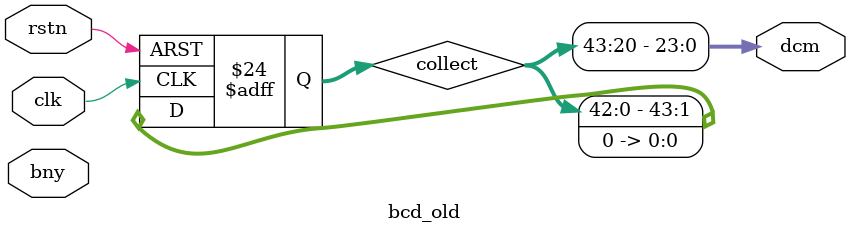
<source format=v>
module bcd
(
	input wire clk,rstn,
	input wire[19:0] bny,
	output reg[23:0] dcm
);
reg[43:0] collect;
reg[5:0] timer;
reg flag;
always@(posedge clk or negedge rstn) begin	// timer
	if(!rstn) timer<=1'b0;
	else if(timer==6'd41) timer<=1'b0;
	else timer<=timer+1'b1;
end
always@(posedge clk or negedge rstn) begin	//flag
	if(!rstn) flag<=1'b0;
	else if(timer%2==1'b1) flag<=1'b1;
	else flag<=1'b0;
end
always@(posedge clk or negedge rstn) begin	//collect
	if(!rstn) collect<=1'b0;
	else if(timer==6'b0) collect<={24'b0,bny};
	else if(timer<=6'd40&&flag) begin
		collect[43:40]<=(collect[43:40]>3'd4)?
			(collect[43:40]+2'd3):(collect[43:40]);
		collect[39:36]<=(collect[39:36]>3'd4)?
			(collect[39:36]+2'd3):(collect[39:36]);
		collect[35:32]<=(collect[35:32]>3'd4)?
			(collect[35:32]+2'd3):(collect[35:32]);
		collect[31:28]<=(collect[31:28]>3'd4)?
			(collect[31:28]+2'd3):(collect[31:28]);
		collect[27:24]<=(collect[27:24]>3'd4)?
			(collect[27:24]+2'd3):(collect[27:24]);
		collect[23:20]<=(collect[23:20]>3'd4)?
			(collect[23:20]+2'd3):(collect[23:20]);
	end
	else if(timer<=6'd40&&!flag) collect<=collect<<1'b1;
end
always@(posedge clk or negedge rstn) begin	//dcm
	if(!rstn) dcm<=24'b0;
	else if(timer==6'd40) dcm<=collect[43:20];
	else dcm<=dcm;
end
endmodule
module bcd_old
(
	input wire clk,rstn,
	input wire[19:0] bny,
	output wire[23:0] dcm
);
reg[43:0] collect;
//reg flag;
integer i;
//reg[3:0] b5,b4,b3,b2,b1,b0;
always@(posedge clk or negedge rstn) begin	//transfer
	if(!rstn) collect<=1'b0;
	else begin
		collect<={24'b0,bny};
		//integer i;
		repeat(5'd20) begin
		//integer i
			for(i=5'd23;i<=6'd43;i=i+3'd4)
				if(collect[i -: 4]>3'd4)	//could't use '[i:i-4]'. It's an
					collect[i -: 4]<=collect[i -: 4]+2'd3;	//illegal syntax.
				else						//Coz both 'i' & 'i-4' is veriable.
					collect[i -: 4]<=collect[i -: 4];
			collect<=collect<<1;
		end
		//collect[19:0]<=20'b1111_1111_1111_1111_1111;
	end
end
assign dcm=collect[43:20];
/*always@(posedge clk or negedge rstn) begin	//flag
	if(!rstn) flag<=1'b0;
	else if(collect[19:0]==20'b1111_1111_1111_1111_1111) flag<=1'b1;
	else flag<=1'b0;
end
always@(posedge clk or negedge rstn) begin	//dcm
	if(!rstn) dcm<=1'b0;
	else if(flag==1'b1) dcm<=collect[43:20];
	else dcm<=dcm;
end*/
/*always@(posedge clk or negedge rstn) begin	//dcm
	if(!rstn) dcm<=1'b0;
	elseif(collect[19:0]==20'b1111_1111_1111_1111_1111) dcm<=collect[43:20];
	//else dcm<=dcm;
end*/
endmodule
/*module bcd
(
    input wire clk, rstn,
    input wire [19:0] bny,
    output reg [23:0] dcm
);
    reg [43:0] collect;
    reg flag;
    integer it;

    always @(posedge clk or negedge rstn) begin    //transfer
        if (!rstn) begin
            dcm <= 24'b0;
            flag <= 1'b0;
        end else begin
            collect <= {24'b0, bny}; // 将bny放在collect的低位
            repeat(20) begin
                for (it = 23; it <= 43; it = it + 4) begin
                    if (collect[it-:4] > 4)
                        collect[it-:4] <= collect[it-:4] + 3;
                end
                collect <= collect << 1;
            end
            dcm <= collect[43:20];
            flag <= (collect[19:0] == 20'b1111_1111_1111_1111_1111) ? 1'b1 : 1'b0;
        end
    end
endmodule*/
/*module bcd
(
    input wire clk, rstn,
    input wire [19:0] bny,
    output reg [23:0] dcm
);
    reg [43:0] collect;
    reg flag;
    integer i;

    always @(posedge clk or negedge rstn) begin //transfer
        if (!rstn) begin
            dcm <= 24'b0;
            flag <= 1'b0;
            collect <= 44'b0;
        end else begin
            if (!flag) begin
                collect <= {24'b0, bny}; // 将bny放在collect的低位
                repeat(20) begin
                    for (i = 23; i <= 43; i = i + 4) begin
                        if (collect[i -: 4] > 4)
                            collect[i -: 4] <= collect[i -: 4] + 3;
                    end
                    collect <= collect << 1;
                end
                flag <= 1'b1;
            end else begin
                dcm <= collect[43:20];
            end
        end
    end

    always @(posedge clk or negedge rstn) begin //flag reset
        if (!rstn) 
            flag <= 1'b0;
    end
endmodule*/
/*module bcd
(
    input wire clk, rstn,
    input wire [19:0] bny,
    output reg [23:0] dcm
);
    reg [43:0] collect;
    reg flag;
    integer i;

    always @(posedge clk or negedge rstn) begin //transfer
        if (!rstn) begin
            dcm <= 24'b0;
            flag <= 1'b0;
            collect <= 44'b0;
        end else begin
            if (!flag) begin
                collect <= {24'b0, bny}; // 将bny放在collect的低位
                repeat(20) begin
                    for (i = 23; i <= 43; i = i + 4) begin
                        if (collect[i -: 4] > 4)
                            collect[i -: 4] <= collect[i -: 4] + 3;
                    end
                    collect <= collect << 1;
                end
                flag <= 1'b1;
            end else begin
                dcm <= collect[43:20];
            end
        end
    end
endmodule*/
/*module bcd
(
    input wire clk, rstn,
    input wire [19:0] bny,
    output reg [23:0] dcm
);
    reg [43:0] collect;
    integer i;

    always @(posedge clk or negedge rstn) begin
        if (!rstn) begin
            collect <= 44'b0;
        end else begin
            collect <= {24'b0, bny};
            repeat (20) begin
                for (i = 23; i <= 43; i = i + 4) begin
                    if (collect[i -: 4] > 4)
                        collect[i -: 4] <= collect[i -: 4] + 3;
                end
                collect <= collect << 1;
            end
        end
    end

    always @(posedge clk or negedge rstn) begin
        if (!rstn) begin
            dcm <= 24'b0;
        end else begin
            dcm <= collect[43:20];
        end
    end
endmodule*/
</source>
